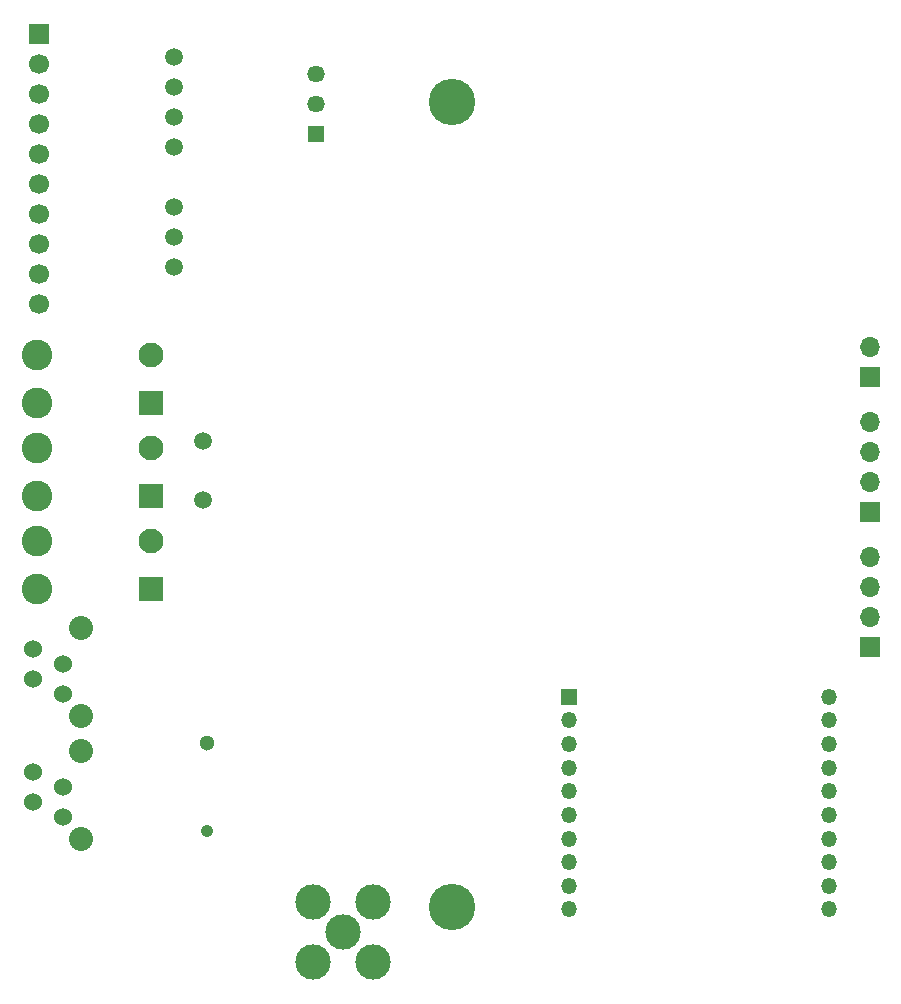
<source format=gbr>
%TF.GenerationSoftware,KiCad,Pcbnew,9.0.1*%
%TF.CreationDate,2025-06-11T13:29:21-05:00*%
%TF.ProjectId,Digital_PCB,44696769-7461-46c5-9f50-43422e6b6963,2.0*%
%TF.SameCoordinates,Original*%
%TF.FileFunction,Soldermask,Bot*%
%TF.FilePolarity,Negative*%
%FSLAX46Y46*%
G04 Gerber Fmt 4.6, Leading zero omitted, Abs format (unit mm)*
G04 Created by KiCad (PCBNEW 9.0.1) date 2025-06-11 13:29:21*
%MOMM*%
%LPD*%
G01*
G04 APERTURE LIST*
G04 Aperture macros list*
%AMRoundRect*
0 Rectangle with rounded corners*
0 $1 Rounding radius*
0 $2 $3 $4 $5 $6 $7 $8 $9 X,Y pos of 4 corners*
0 Add a 4 corners polygon primitive as box body*
4,1,4,$2,$3,$4,$5,$6,$7,$8,$9,$2,$3,0*
0 Add four circle primitives for the rounded corners*
1,1,$1+$1,$2,$3*
1,1,$1+$1,$4,$5*
1,1,$1+$1,$6,$7*
1,1,$1+$1,$8,$9*
0 Add four rect primitives between the rounded corners*
20,1,$1+$1,$2,$3,$4,$5,0*
20,1,$1+$1,$4,$5,$6,$7,0*
20,1,$1+$1,$6,$7,$8,$9,0*
20,1,$1+$1,$8,$9,$2,$3,0*%
G04 Aperture macros list end*
%ADD10C,3.937000*%
%ADD11C,1.500000*%
%ADD12R,1.700000X1.700000*%
%ADD13O,1.700000X1.700000*%
%ADD14C,1.700000*%
%ADD15C,1.050000*%
%ADD16C,1.300000*%
%ADD17C,2.600000*%
%ADD18RoundRect,0.249900X-0.800100X0.800100X-0.800100X-0.800100X0.800100X-0.800100X0.800100X0.800100X0*%
%ADD19C,2.100000*%
%ADD20C,3.000000*%
%ADD21C,2.032000*%
%ADD22C,1.524000*%
%ADD23R,1.468000X1.468000*%
%ADD24C,1.468000*%
%ADD25C,1.509000*%
%ADD26R,1.350000X1.350000*%
%ADD27O,1.350000X1.350000*%
G04 APERTURE END LIST*
D10*
%TO.C,H1*%
X145380000Y-134108000D03*
%TD*%
D11*
%TO.C,F1*%
X124318000Y-94655000D03*
X124318000Y-99655000D03*
%TD*%
D12*
%TO.C,J8*%
X180721000Y-100711000D03*
D13*
X180721000Y-98171000D03*
X180721000Y-95631000D03*
X180721000Y-93091000D03*
%TD*%
D12*
%TO.C,J2*%
X110420000Y-60198000D03*
D14*
X110420000Y-62738000D03*
X110420000Y-65278000D03*
X110420000Y-67818000D03*
X110420000Y-70358000D03*
X110420000Y-72898000D03*
X110420000Y-75438000D03*
X110420000Y-77978000D03*
X110420000Y-80518000D03*
X110420000Y-83058000D03*
%TD*%
D15*
%TO.C,BT1*%
X124587000Y-127677000D03*
D16*
X124587000Y-120227000D03*
%TD*%
D17*
%TO.C,J9*%
X110210000Y-95264000D03*
X110210000Y-99300000D03*
D18*
X119910000Y-99300000D03*
D19*
X119910000Y-95264000D03*
%TD*%
D17*
%TO.C,J10*%
X110210000Y-103138000D03*
X110210000Y-107174000D03*
D18*
X119910000Y-107174000D03*
D19*
X119910000Y-103138000D03*
%TD*%
D20*
%TO.C,AE1*%
X136118600Y-136271000D03*
X133578600Y-133731000D03*
X138658600Y-133731000D03*
X138658600Y-138811000D03*
X133578600Y-138811000D03*
%TD*%
D10*
%TO.C,H2*%
X145380000Y-65958000D03*
%TD*%
D21*
%TO.C,J5*%
X113919000Y-110500546D03*
X113919000Y-117910546D03*
D22*
X112445800Y-116113946D03*
X109905800Y-114843946D03*
X112445800Y-113573946D03*
X109905800Y-112303946D03*
%TD*%
D12*
%TO.C,J7*%
X180721000Y-89286000D03*
D13*
X180721000Y-86746000D03*
%TD*%
D23*
%TO.C,PS1*%
X133857000Y-68707000D03*
D24*
X133857000Y-66167000D03*
X133857000Y-63627000D03*
%TD*%
D25*
%TO.C,U2*%
X121864400Y-79965800D03*
X121864400Y-77425800D03*
X121864400Y-74885800D03*
X121864400Y-69805800D03*
X121864400Y-67265800D03*
X121864400Y-64725800D03*
X121864400Y-62185800D03*
%TD*%
D17*
%TO.C,J1*%
X110210000Y-87390000D03*
X110210000Y-91426000D03*
D18*
X119910000Y-91426000D03*
D19*
X119910000Y-87390000D03*
%TD*%
D26*
%TO.C,U10*%
X155305000Y-116330000D03*
D27*
X155305000Y-118330000D03*
X155305000Y-120330000D03*
X155305000Y-122330000D03*
X155305000Y-124330000D03*
X155305000Y-126330000D03*
X155305000Y-128330000D03*
X155305000Y-130330000D03*
X155305000Y-132330000D03*
X155305000Y-134330000D03*
X177305000Y-134330000D03*
X177305000Y-132330000D03*
X177305000Y-130330000D03*
X177305000Y-128330000D03*
X177305000Y-126330000D03*
X177305000Y-124330000D03*
X177305000Y-122330000D03*
X177305000Y-120330000D03*
X177305000Y-118330000D03*
X177305000Y-116330000D03*
%TD*%
D12*
%TO.C,J6*%
X180721000Y-112141000D03*
D13*
X180721000Y-109601000D03*
X180721000Y-107061000D03*
X180721000Y-104521000D03*
%TD*%
D21*
%TO.C,J3*%
X113919000Y-120914546D03*
X113919000Y-128324546D03*
D22*
X112445800Y-126527946D03*
X109905800Y-125257946D03*
X112445800Y-123987946D03*
X109905800Y-122717946D03*
%TD*%
M02*

</source>
